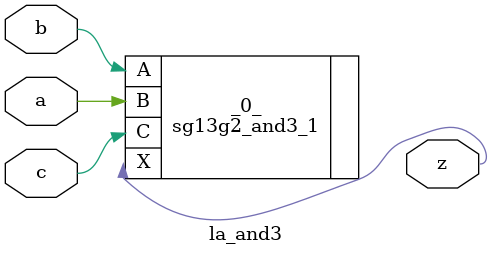
<source format=v>

/* Generated by Yosys 0.40+33 (git sha1 cd1fb8b15, g++ 11.4.0-1ubuntu1~22.04 -fPIC -Os) */

module la_and3(a, b, c, z);
  input a;
  wire a;
  input b;
  wire b;
  input c;
  wire c;
  output z;
  wire z;
  sg13g2_and3_1 _0_ (
    .A(b),
    .B(a),
    .C(c),
    .X(z)
  );
endmodule

</source>
